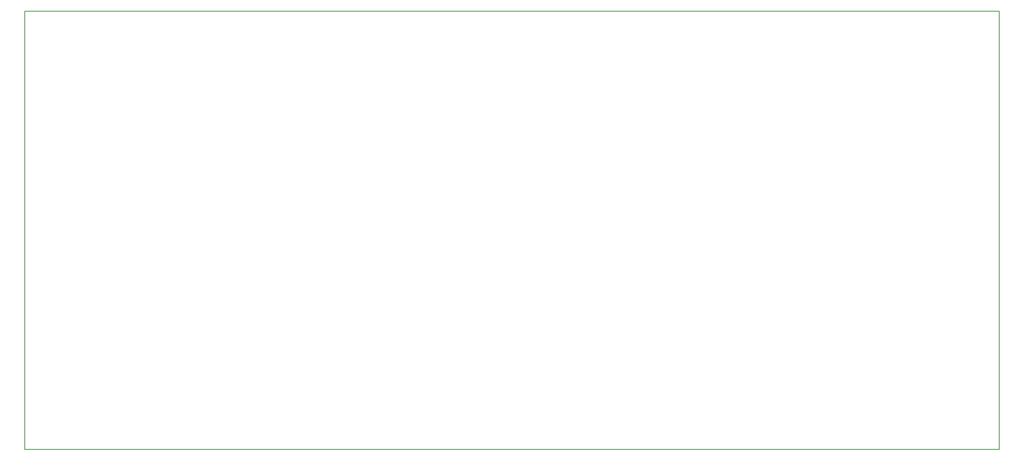
<source format=gbr>
G04 #@! TF.GenerationSoftware,KiCad,Pcbnew,5.1.5-52549c5~86~ubuntu18.04.1*
G04 #@! TF.CreationDate,2020-05-19T19:28:57+02:00*
G04 #@! TF.ProjectId,antenna_switch,616e7465-6e6e-4615-9f73-77697463682e,rev?*
G04 #@! TF.SameCoordinates,Original*
G04 #@! TF.FileFunction,Profile,NP*
%FSLAX46Y46*%
G04 Gerber Fmt 4.6, Leading zero omitted, Abs format (unit mm)*
G04 Created by KiCad (PCBNEW 5.1.5-52549c5~86~ubuntu18.04.1) date 2020-05-19 19:28:57*
%MOMM*%
%LPD*%
G04 APERTURE LIST*
%ADD10C,0.200000*%
G04 APERTURE END LIST*
D10*
X315087000Y-86461600D02*
X315087000Y-182481953D01*
X101752400Y-86436200D02*
X101752400Y-182481953D01*
X101752400Y-182481953D02*
X315087000Y-182481953D01*
X101752400Y-86436200D02*
X315087000Y-86461600D01*
M02*

</source>
